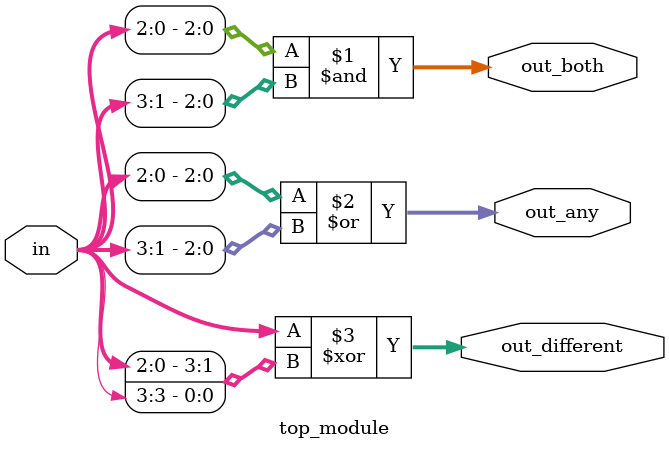
<source format=sv>
module top_module (
	input [3:0] in,
	output [2:0] out_both,
	output [3:0] out_any,
	output [3:0] out_different
);

assign out_both = in[2:0] & in[3:1];
assign out_any = in[2:0] | in[3:1];
assign out_different = in ^ {in[2:0], in[3]};

endmodule

</source>
